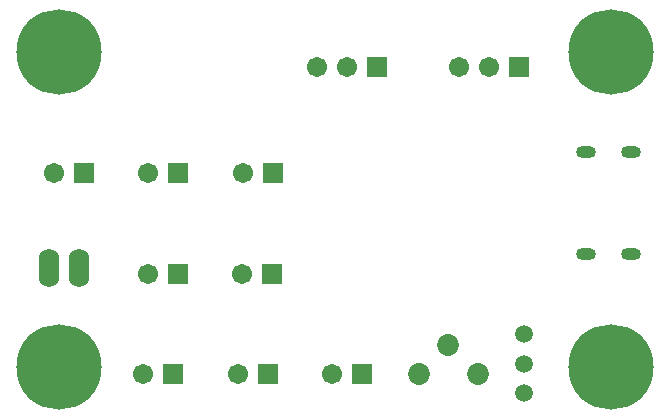
<source format=gbr>
%TF.GenerationSoftware,KiCad,Pcbnew,7.0.1*%
%TF.CreationDate,2023-03-31T01:00:54+09:00*%
%TF.ProjectId,USB_JST-XH_Converter,5553425f-4a53-4542-9d58-485f436f6e76,rev?*%
%TF.SameCoordinates,Original*%
%TF.FileFunction,Soldermask,Bot*%
%TF.FilePolarity,Negative*%
%FSLAX46Y46*%
G04 Gerber Fmt 4.6, Leading zero omitted, Abs format (unit mm)*
G04 Created by KiCad (PCBNEW 7.0.1) date 2023-03-31 01:00:54*
%MOMM*%
%LPD*%
G01*
G04 APERTURE LIST*
G04 Aperture macros list*
%AMRoundRect*
0 Rectangle with rounded corners*
0 $1 Rounding radius*
0 $2 $3 $4 $5 $6 $7 $8 $9 X,Y pos of 4 corners*
0 Add a 4 corners polygon primitive as box body*
4,1,4,$2,$3,$4,$5,$6,$7,$8,$9,$2,$3,0*
0 Add four circle primitives for the rounded corners*
1,1,$1+$1,$2,$3*
1,1,$1+$1,$4,$5*
1,1,$1+$1,$6,$7*
1,1,$1+$1,$8,$9*
0 Add four rect primitives between the rounded corners*
20,1,$1+$1,$2,$3,$4,$5,0*
20,1,$1+$1,$4,$5,$6,$7,0*
20,1,$1+$1,$6,$7,$8,$9,0*
20,1,$1+$1,$8,$9,$2,$3,0*%
G04 Aperture macros list end*
%ADD10RoundRect,0.101600X-0.754000X-0.754000X0.754000X-0.754000X0.754000X0.754000X-0.754000X0.754000X0*%
%ADD11C,1.711200*%
%ADD12C,1.511200*%
%ADD13C,3.200000*%
%ADD14C,7.213600*%
%ADD15C,1.853200*%
%ADD16O,1.727200X3.251200*%
%ADD17O,1.700000X1.000000*%
G04 APERTURE END LIST*
D10*
%TO.C,PORT2*%
X135231100Y-101854000D03*
D11*
X132691100Y-101854000D03*
%TD*%
D10*
%TO.C,PORT3*%
X143256000Y-101854000D03*
D11*
X140716000Y-101854000D03*
%TD*%
D10*
%TO.C,PORT4*%
X135241100Y-110418600D03*
D11*
X132701100Y-110418600D03*
%TD*%
D10*
%TO.C,PORT5*%
X143231100Y-110448600D03*
D11*
X140691100Y-110448600D03*
%TD*%
D12*
%TO.C,SW1*%
X164571100Y-118018600D03*
X164571100Y-120518600D03*
X164571100Y-115518600D03*
%TD*%
D13*
%TO.C,H1*%
X125131100Y-91628600D03*
D14*
X125131100Y-91628600D03*
%TD*%
D13*
%TO.C,H2*%
X125131100Y-118328600D03*
D14*
X125131100Y-118328600D03*
%TD*%
D13*
%TO.C,H3*%
X171871100Y-91628600D03*
D14*
X171871100Y-91628600D03*
%TD*%
D10*
%TO.C,SWITCH*%
X134841100Y-118928600D03*
D11*
X132301100Y-118928600D03*
%TD*%
D10*
%TO.C,CTRL*%
X142841100Y-118928600D03*
D11*
X140301100Y-118928600D03*
%TD*%
D10*
%TO.C,CTRLSP*%
X150841100Y-118928600D03*
D11*
X148301100Y-118928600D03*
%TD*%
D15*
%TO.C,TP1*%
X158121100Y-116428600D03*
X155621100Y-118928600D03*
X160621100Y-118928600D03*
%TD*%
D16*
%TO.C,JP1*%
X126841100Y-109928600D03*
X124301100Y-109928600D03*
%TD*%
D10*
%TO.C,POWER*%
X152111100Y-92928600D03*
D11*
X149571100Y-92928600D03*
X147031100Y-92928600D03*
%TD*%
D17*
%TO.C,USB1*%
X169771100Y-108748600D03*
X169771100Y-100108600D03*
X173571100Y-108748600D03*
X173571100Y-100108600D03*
%TD*%
D10*
%TO.C,PORT1*%
X127254000Y-101854000D03*
D11*
X124714000Y-101854000D03*
%TD*%
D13*
%TO.C,H4*%
X171871100Y-118328600D03*
D14*
X171871100Y-118328600D03*
%TD*%
D10*
%TO.C,THRU*%
X164111100Y-92928600D03*
D11*
X161571100Y-92928600D03*
X159031100Y-92928600D03*
%TD*%
M02*

</source>
